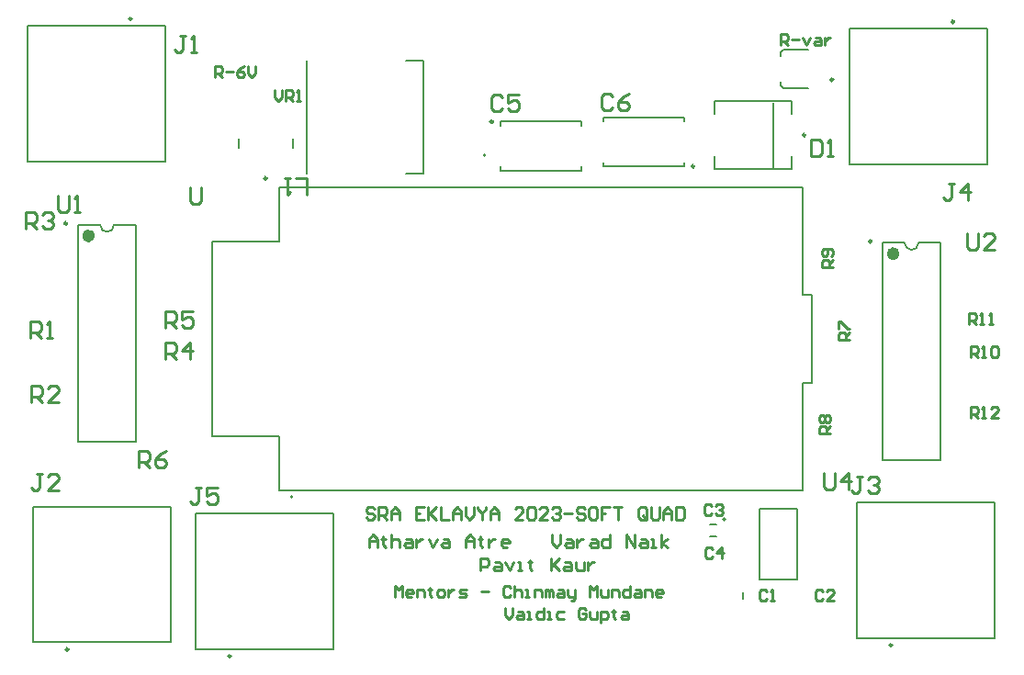
<source format=gto>
G04*
G04 #@! TF.GenerationSoftware,Altium Limited,Altium Designer,23.9.2 (47)*
G04*
G04 Layer_Color=65535*
%FSLAX44Y44*%
%MOMM*%
G71*
G04*
G04 #@! TF.SameCoordinates,B2DA11A5-FBF5-4D8A-B6B0-860E356D3A20*
G04*
G04*
G04 #@! TF.FilePolarity,Positive*
G04*
G01*
G75*
%ADD10C,0.2000*%
%ADD11C,0.2500*%
%ADD12C,0.6000*%
%ADD13C,0.1270*%
%ADD14C,0.1500*%
%ADD15C,0.2540*%
D10*
X423980Y301340D02*
G03*
X423980Y301340I-1000J0D01*
G01*
X822650Y280750D02*
G03*
X822650Y280750I-1000J0D01*
G01*
X601600Y616510D02*
G03*
X601600Y616510I-1000J0D01*
G01*
X988060Y535610D02*
G03*
X1000760Y535610I6350J0D01*
G01*
X246380Y552120D02*
G03*
X259080Y552120I6350J0D01*
G01*
X184150Y167380D02*
Y292380D01*
Y167380D02*
X311148D01*
X184152Y292378D02*
X311148D01*
Y167380D02*
Y292378D01*
X1064260Y608050D02*
Y733050D01*
X937262D02*
X1064260D01*
X937262Y608052D02*
X1064258D01*
X937262D02*
Y733050D01*
X306070Y610590D02*
Y735590D01*
X179072D02*
X306070D01*
X179072Y610592D02*
X306068D01*
X179072D02*
Y735590D01*
X943610Y171190D02*
X1070608D01*
Y296188D01*
X943612D02*
X1070608D01*
X943610Y171190D02*
Y296190D01*
X710050Y647650D02*
Y651150D01*
X785050Y606150D02*
Y609650D01*
X710050Y606150D02*
Y609650D01*
Y651150D02*
X785050D01*
Y647650D02*
Y651150D01*
X710050Y606150D02*
X785050D01*
X812810Y603900D02*
Y615250D01*
Y666100D02*
X883910D01*
X812810Y654750D02*
Y666100D01*
Y603900D02*
X883910D01*
Y654750D02*
Y666100D01*
X866860Y605000D02*
Y665000D01*
X883910Y603900D02*
Y615250D01*
X373780Y623020D02*
Y632020D01*
X423780Y623020D02*
Y632020D01*
X876320Y714120D02*
X899320D01*
X873320Y681120D02*
X876320Y678120D01*
X899320D01*
X873320Y681120D02*
Y684120D01*
X873320Y711120D02*
X876320Y714120D01*
X873320Y708120D02*
Y711120D01*
X1021410Y335610D02*
Y535610D01*
X967410Y335610D02*
Y535610D01*
X988060D01*
X967410Y335610D02*
X1021410D01*
X1000760Y535610D02*
X1021410D01*
X838820Y207820D02*
Y213820D01*
X615280Y647340D02*
X690280D01*
X615280Y602340D02*
Y605840D01*
Y602340D02*
X690280D01*
Y643840D02*
Y647340D01*
X615280Y643840D02*
Y647340D01*
X690280Y602340D02*
Y605840D01*
X461008Y161030D02*
Y286028D01*
X334012D02*
X461008D01*
X334010Y161030D02*
X461008D01*
X334010D02*
Y286030D01*
X259080Y552120D02*
X279730D01*
X225730Y352120D02*
X279730D01*
X225730Y552120D02*
X246380D01*
X225730Y352120D02*
Y552120D01*
X279730Y352120D02*
Y552120D01*
D11*
X217150Y160880D02*
G03*
X217150Y160880I-1250J0D01*
G01*
X1033760Y739550D02*
G03*
X1033760Y739550I-1250J0D01*
G01*
X275570Y742090D02*
G03*
X275570Y742090I-1250J0D01*
G01*
X976610Y164690D02*
G03*
X976610Y164690I-1250J0D01*
G01*
X794300Y606150D02*
G03*
X794300Y606150I-1250J0D01*
G01*
X896610Y635000D02*
G03*
X896610Y635000I-1250J0D01*
G01*
X400030Y595020D02*
G03*
X400030Y595020I-1250J0D01*
G01*
X922070Y686120D02*
G03*
X922070Y686120I-1250J0D01*
G01*
X957560Y537010D02*
G03*
X957560Y537010I-1250J0D01*
G01*
X608530Y647340D02*
G03*
X608530Y647340I-1250J0D01*
G01*
X367010Y154530D02*
G03*
X367010Y154530I-1250J0D01*
G01*
X215880Y553520D02*
G03*
X215880Y553520I-1250J0D01*
G01*
D12*
X980410Y525610D02*
G03*
X980410Y525610I-3000J0D01*
G01*
X238730Y542120D02*
G03*
X238730Y542120I-3000J0D01*
G01*
D13*
X411680Y307540D02*
X893680D01*
X411680Y586540D02*
X893680D01*
X411680Y537040D02*
Y586540D01*
Y307540D02*
Y357040D01*
X349680D02*
X411680D01*
X349680D02*
Y537040D01*
X411680D01*
X893680Y307540D02*
Y406340D01*
X902680D01*
Y487640D01*
X893680D02*
X902680D01*
X893680D02*
Y586540D01*
X854125Y290375D02*
X889175D01*
Y225325D02*
Y290375D01*
X854125Y225325D02*
X889175D01*
X854125D02*
Y290375D01*
X437100Y599710D02*
Y703310D01*
X528600D02*
X544650D01*
X528600Y599710D02*
X544650D01*
Y703310D01*
D14*
X808520Y276010D02*
X814520D01*
X808520Y265010D02*
X814520D01*
D15*
X518160Y209126D02*
Y219282D01*
X521546Y215897D01*
X524931Y219282D01*
Y209126D01*
X533395D02*
X530009D01*
X528317Y210818D01*
Y214204D01*
X530009Y215897D01*
X533395D01*
X535088Y214204D01*
Y212511D01*
X528317D01*
X538473Y209126D02*
Y215897D01*
X543552D01*
X545245Y214204D01*
Y209126D01*
X550323Y217589D02*
Y215897D01*
X548630D01*
X552016D01*
X550323D01*
Y210818D01*
X552016Y209126D01*
X558787D02*
X562173D01*
X563865Y210818D01*
Y214204D01*
X562173Y215897D01*
X558787D01*
X557094Y214204D01*
Y210818D01*
X558787Y209126D01*
X567251Y215897D02*
Y209126D01*
Y212511D01*
X568944Y214204D01*
X570636Y215897D01*
X572329D01*
X577408Y209126D02*
X582486D01*
X584179Y210818D01*
X582486Y212511D01*
X579100D01*
X577408Y214204D01*
X579100Y215897D01*
X584179D01*
X597721Y214204D02*
X604492D01*
X624806Y217589D02*
X623113Y219282D01*
X619727D01*
X618035Y217589D01*
Y210818D01*
X619727Y209126D01*
X623113D01*
X624806Y210818D01*
X628191Y219282D02*
Y209126D01*
Y214204D01*
X629884Y215897D01*
X633270D01*
X634962Y214204D01*
Y209126D01*
X638348D02*
X641733D01*
X640041D01*
Y215897D01*
X638348D01*
X646812Y209126D02*
Y215897D01*
X651890D01*
X653583Y214204D01*
Y209126D01*
X656969D02*
Y215897D01*
X658661D01*
X660354Y214204D01*
Y209126D01*
Y214204D01*
X662047Y215897D01*
X663740Y214204D01*
Y209126D01*
X668818Y215897D02*
X672204D01*
X673896Y214204D01*
Y209126D01*
X668818D01*
X667125Y210818D01*
X668818Y212511D01*
X673896D01*
X677282Y215897D02*
Y210818D01*
X678975Y209126D01*
X684053D01*
Y207433D01*
X682360Y205740D01*
X680668D01*
X684053Y209126D02*
Y215897D01*
X697596Y209126D02*
Y219282D01*
X700981Y215897D01*
X704367Y219282D01*
Y209126D01*
X707752Y215897D02*
Y210818D01*
X709445Y209126D01*
X714523D01*
Y215897D01*
X717909Y209126D02*
Y215897D01*
X722987D01*
X724680Y214204D01*
Y209126D01*
X734837Y219282D02*
Y209126D01*
X729758D01*
X728066Y210818D01*
Y214204D01*
X729758Y215897D01*
X734837D01*
X739915D02*
X743301D01*
X744994Y214204D01*
Y209126D01*
X739915D01*
X738222Y210818D01*
X739915Y212511D01*
X744994D01*
X748379Y209126D02*
Y215897D01*
X753457D01*
X755150Y214204D01*
Y209126D01*
X763614D02*
X760229D01*
X758536Y210818D01*
Y214204D01*
X760229Y215897D01*
X763614D01*
X765307Y214204D01*
Y212511D01*
X758536D01*
X619760Y198962D02*
Y192191D01*
X623146Y188806D01*
X626531Y192191D01*
Y198962D01*
X631609Y195577D02*
X634995D01*
X636688Y193884D01*
Y188806D01*
X631609D01*
X629917Y190498D01*
X631609Y192191D01*
X636688D01*
X640073Y188806D02*
X643459D01*
X641766D01*
Y195577D01*
X640073D01*
X655309Y198962D02*
Y188806D01*
X650230D01*
X648537Y190498D01*
Y193884D01*
X650230Y195577D01*
X655309D01*
X658694Y188806D02*
X662080D01*
X660387D01*
Y195577D01*
X658694D01*
X673929D02*
X668851D01*
X667158Y193884D01*
Y190498D01*
X668851Y188806D01*
X673929D01*
X694243Y197269D02*
X692550Y198962D01*
X689164D01*
X687471Y197269D01*
Y190498D01*
X689164Y188806D01*
X692550D01*
X694243Y190498D01*
Y193884D01*
X690857D01*
X697628Y195577D02*
Y190498D01*
X699321Y188806D01*
X704399D01*
Y195577D01*
X707785Y185420D02*
Y195577D01*
X712863D01*
X714556Y193884D01*
Y190498D01*
X712863Y188806D01*
X707785D01*
X719634Y197269D02*
Y195577D01*
X717942D01*
X721327D01*
X719634D01*
Y190498D01*
X721327Y188806D01*
X728098Y195577D02*
X731484D01*
X733177Y193884D01*
Y188806D01*
X728098D01*
X726406Y190498D01*
X728098Y192191D01*
X733177D01*
X494030Y255270D02*
Y262887D01*
X497839Y266696D01*
X501647Y262887D01*
Y255270D01*
Y260983D01*
X494030D01*
X507361Y264792D02*
Y262887D01*
X505456D01*
X509265D01*
X507361D01*
Y257174D01*
X509265Y255270D01*
X514978Y266696D02*
Y255270D01*
Y260983D01*
X516883Y262887D01*
X520691D01*
X522596Y260983D01*
Y255270D01*
X528309Y262887D02*
X532118D01*
X534022Y260983D01*
Y255270D01*
X528309D01*
X526405Y257174D01*
X528309Y259079D01*
X534022D01*
X537831Y262887D02*
Y255270D01*
Y259079D01*
X539735Y260983D01*
X541640Y262887D01*
X543544D01*
X549257D02*
X553066Y255270D01*
X556875Y262887D01*
X562588D02*
X566397D01*
X568301Y260983D01*
Y255270D01*
X562588D01*
X560684Y257174D01*
X562588Y259079D01*
X568301D01*
X583536Y255270D02*
Y262887D01*
X587345Y266696D01*
X591154Y262887D01*
Y255270D01*
Y260983D01*
X583536D01*
X596867Y264792D02*
Y262887D01*
X594963D01*
X598771D01*
X596867D01*
Y257174D01*
X598771Y255270D01*
X604484Y262887D02*
Y255270D01*
Y259079D01*
X606389Y260983D01*
X608293Y262887D01*
X610197D01*
X621624Y255270D02*
X617815D01*
X615911Y257174D01*
Y260983D01*
X617815Y262887D01*
X621624D01*
X623528Y260983D01*
Y259079D01*
X615911D01*
X596900Y233680D02*
Y245106D01*
X602613D01*
X604518Y243202D01*
Y239393D01*
X602613Y237489D01*
X596900D01*
X610231Y241297D02*
X614039D01*
X615944Y239393D01*
Y233680D01*
X610231D01*
X608326Y235584D01*
X610231Y237489D01*
X615944D01*
X619753Y241297D02*
X623561Y233680D01*
X627370Y241297D01*
X631179Y233680D02*
X634988D01*
X633083D01*
Y241297D01*
X631179D01*
X642605Y243202D02*
Y241297D01*
X640701D01*
X644510D01*
X642605D01*
Y235584D01*
X644510Y233680D01*
X661649Y245106D02*
Y233680D01*
Y237489D01*
X669267Y245106D01*
X663553Y239393D01*
X669267Y233680D01*
X674980Y241297D02*
X678789D01*
X680693Y239393D01*
Y233680D01*
X674980D01*
X673075Y235584D01*
X674980Y237489D01*
X680693D01*
X684502Y241297D02*
Y235584D01*
X686406Y233680D01*
X692119D01*
Y241297D01*
X695928D02*
Y233680D01*
Y237489D01*
X697832Y239393D01*
X699737Y241297D01*
X701641D01*
X662940Y266696D02*
Y259079D01*
X666749Y255270D01*
X670557Y259079D01*
Y266696D01*
X676271Y262887D02*
X680079D01*
X681984Y260983D01*
Y255270D01*
X676271D01*
X674366Y257174D01*
X676271Y259079D01*
X681984D01*
X685793Y262887D02*
Y255270D01*
Y259079D01*
X687697Y260983D01*
X689601Y262887D01*
X691506D01*
X699123D02*
X702932D01*
X704837Y260983D01*
Y255270D01*
X699123D01*
X697219Y257174D01*
X699123Y259079D01*
X704837D01*
X716263Y266696D02*
Y255270D01*
X710550D01*
X708645Y257174D01*
Y260983D01*
X710550Y262887D01*
X716263D01*
X731498Y255270D02*
Y266696D01*
X739115Y255270D01*
Y266696D01*
X744829Y262887D02*
X748637D01*
X750542Y260983D01*
Y255270D01*
X744829D01*
X742924Y257174D01*
X744829Y259079D01*
X750542D01*
X754351Y255270D02*
X758159D01*
X756255D01*
Y262887D01*
X754351D01*
X763873Y255270D02*
Y266696D01*
Y259079D02*
X769586Y262887D01*
X763873Y259079D02*
X769586Y255270D01*
X499108Y290192D02*
X497203Y292096D01*
X493394D01*
X491490Y290192D01*
Y288288D01*
X493394Y286383D01*
X497203D01*
X499108Y284479D01*
Y282574D01*
X497203Y280670D01*
X493394D01*
X491490Y282574D01*
X502916Y280670D02*
Y292096D01*
X508629D01*
X510534Y290192D01*
Y286383D01*
X508629Y284479D01*
X502916D01*
X506725D02*
X510534Y280670D01*
X514343D02*
Y288288D01*
X518151Y292096D01*
X521960Y288288D01*
Y280670D01*
Y286383D01*
X514343D01*
X544813Y292096D02*
X537195D01*
Y280670D01*
X544813D01*
X537195Y286383D02*
X541004D01*
X548622Y292096D02*
Y280670D01*
Y284479D01*
X556239Y292096D01*
X550526Y286383D01*
X556239Y280670D01*
X560048Y292096D02*
Y280670D01*
X567665D01*
X571474D02*
Y288288D01*
X575283Y292096D01*
X579092Y288288D01*
Y280670D01*
Y286383D01*
X571474D01*
X582901Y292096D02*
Y284479D01*
X586709Y280670D01*
X590518Y284479D01*
Y292096D01*
X594327D02*
Y290192D01*
X598136Y286383D01*
X601944Y290192D01*
Y292096D01*
X598136Y286383D02*
Y280670D01*
X605753D02*
Y288288D01*
X609562Y292096D01*
X613371Y288288D01*
Y280670D01*
Y286383D01*
X605753D01*
X636223Y280670D02*
X628606D01*
X636223Y288288D01*
Y290192D01*
X634319Y292096D01*
X630510D01*
X628606Y290192D01*
X640032D02*
X641936Y292096D01*
X645745D01*
X647650Y290192D01*
Y282574D01*
X645745Y280670D01*
X641936D01*
X640032Y282574D01*
Y290192D01*
X659076Y280670D02*
X651458D01*
X659076Y288288D01*
Y290192D01*
X657172Y292096D01*
X653363D01*
X651458Y290192D01*
X662885D02*
X664789Y292096D01*
X668598D01*
X670502Y290192D01*
Y288288D01*
X668598Y286383D01*
X666693D01*
X668598D01*
X670502Y284479D01*
Y282574D01*
X668598Y280670D01*
X664789D01*
X662885Y282574D01*
X674311Y286383D02*
X681929D01*
X693355Y290192D02*
X691451Y292096D01*
X687642D01*
X685737Y290192D01*
Y288288D01*
X687642Y286383D01*
X691451D01*
X693355Y284479D01*
Y282574D01*
X691451Y280670D01*
X687642D01*
X685737Y282574D01*
X702877Y292096D02*
X699068D01*
X697164Y290192D01*
Y282574D01*
X699068Y280670D01*
X702877D01*
X704781Y282574D01*
Y290192D01*
X702877Y292096D01*
X716208D02*
X708590D01*
Y286383D01*
X712399D01*
X708590D01*
Y280670D01*
X720016Y292096D02*
X727634D01*
X723825D01*
Y280670D01*
X750487Y282574D02*
Y290192D01*
X748582Y292096D01*
X744773D01*
X742869Y290192D01*
Y282574D01*
X744773Y280670D01*
X748582D01*
X746678Y284479D02*
X750487Y280670D01*
X748582D02*
X750487Y282574D01*
X754295Y292096D02*
Y282574D01*
X756200Y280670D01*
X760008D01*
X761913Y282574D01*
Y292096D01*
X765722Y280670D02*
Y288288D01*
X769530Y292096D01*
X773339Y288288D01*
Y280670D01*
Y286383D01*
X765722D01*
X777148Y292096D02*
Y280670D01*
X782861D01*
X784765Y282574D01*
Y290192D01*
X782861Y292096D01*
X777148D01*
X1033781Y590547D02*
X1028702D01*
X1031242D01*
Y577852D01*
X1028702Y575312D01*
X1026163D01*
X1023624Y577852D01*
X1046477Y575312D02*
Y590547D01*
X1038859Y582930D01*
X1049016D01*
X949449Y320289D02*
X944370D01*
X946909D01*
Y307593D01*
X944370Y305054D01*
X941831D01*
X939292Y307593D01*
X954527Y317750D02*
X957066Y320289D01*
X962145D01*
X964684Y317750D01*
Y315211D01*
X962145Y312672D01*
X959605D01*
X962145D01*
X964684Y310132D01*
Y307593D01*
X962145Y305054D01*
X957066D01*
X954527Y307593D01*
X329184Y586735D02*
Y574039D01*
X331723Y571500D01*
X336801D01*
X339341Y574039D01*
Y586735D01*
X281944Y328932D02*
Y344168D01*
X289562D01*
X292101Y341628D01*
Y336550D01*
X289562Y334011D01*
X281944D01*
X287022D02*
X292101Y328932D01*
X307336Y344168D02*
X302257Y341628D01*
X297179Y336550D01*
Y331472D01*
X299718Y328932D01*
X304797D01*
X307336Y331472D01*
Y334011D01*
X304797Y336550D01*
X297179D01*
X177804Y548643D02*
Y563877D01*
X185422D01*
X187961Y561338D01*
Y556260D01*
X185422Y553721D01*
X177804D01*
X182882D02*
X187961Y548643D01*
X193039Y561338D02*
X195578Y563877D01*
X200657D01*
X203196Y561338D01*
Y558799D01*
X200657Y556260D01*
X198118D01*
X200657D01*
X203196Y553721D01*
Y551182D01*
X200657Y548643D01*
X195578D01*
X193039Y551182D01*
X306070Y428244D02*
Y443479D01*
X313687D01*
X316227Y440940D01*
Y435862D01*
X313687Y433322D01*
X306070D01*
X311148D02*
X316227Y428244D01*
X328923D02*
Y443479D01*
X321305Y435862D01*
X331462D01*
X306074Y457202D02*
Y472438D01*
X313692D01*
X316231Y469898D01*
Y464820D01*
X313692Y462281D01*
X306074D01*
X311152D02*
X316231Y457202D01*
X331466Y472438D02*
X321309D01*
Y464820D01*
X326387Y467359D01*
X328927D01*
X331466Y464820D01*
Y459742D01*
X328927Y457202D01*
X323848D01*
X321309Y459742D01*
X182884Y388623D02*
Y403857D01*
X190502D01*
X193041Y401318D01*
Y396240D01*
X190502Y393701D01*
X182884D01*
X187962D02*
X193041Y388623D01*
X208276D02*
X198119D01*
X208276Y398779D01*
Y401318D01*
X205737Y403857D01*
X200658D01*
X198119Y401318D01*
X937258Y446196D02*
X927102D01*
Y451274D01*
X928794Y452967D01*
X932180D01*
X933873Y451274D01*
Y446196D01*
Y449582D02*
X937258Y452967D01*
X927102Y456353D02*
Y463124D01*
X928794D01*
X935566Y456353D01*
X937258D01*
X919848Y359956D02*
X909692D01*
Y365034D01*
X911384Y366727D01*
X914770D01*
X916463Y365034D01*
Y359956D01*
Y363342D02*
X919848Y366727D01*
X911384Y370113D02*
X909692Y371806D01*
Y375191D01*
X911384Y376884D01*
X913077D01*
X914770Y375191D01*
X916463Y376884D01*
X918156D01*
X919848Y375191D01*
Y371806D01*
X918156Y370113D01*
X916463D01*
X914770Y371806D01*
X913077Y370113D01*
X911384D01*
X914770Y371806D02*
Y375191D01*
X922388Y513506D02*
X912232D01*
Y518584D01*
X913924Y520277D01*
X917310D01*
X919003Y518584D01*
Y513506D01*
Y516892D02*
X922388Y520277D01*
X920696Y523663D02*
X922388Y525356D01*
Y528741D01*
X920696Y530434D01*
X913924D01*
X912232Y528741D01*
Y525356D01*
X913924Y523663D01*
X915617D01*
X917310Y525356D01*
Y530434D01*
X1049024Y430532D02*
Y440688D01*
X1054102D01*
X1055795Y438996D01*
Y435610D01*
X1054102Y433917D01*
X1049024D01*
X1052410D02*
X1055795Y430532D01*
X1059181D02*
X1062566D01*
X1060874D01*
Y440688D01*
X1059181Y438996D01*
X1067645D02*
X1069338Y440688D01*
X1072723D01*
X1074416Y438996D01*
Y432224D01*
X1072723Y430532D01*
X1069338D01*
X1067645Y432224D01*
Y438996D01*
X407251Y676908D02*
Y670137D01*
X410636Y666752D01*
X414022Y670137D01*
Y676908D01*
X417407Y666752D02*
Y676908D01*
X422486D01*
X424178Y675216D01*
Y671830D01*
X422486Y670137D01*
X417407D01*
X420793D02*
X424178Y666752D01*
X427564D02*
X430950D01*
X429257D01*
Y676908D01*
X427564Y675216D01*
X873547Y717712D02*
Y727868D01*
X878626D01*
X880319Y726176D01*
Y722790D01*
X878626Y721097D01*
X873547D01*
X876933D02*
X880319Y717712D01*
X883704Y722790D02*
X890475D01*
X893861Y724483D02*
X897246Y717712D01*
X900632Y724483D01*
X905710D02*
X909096D01*
X910789Y722790D01*
Y717712D01*
X905710D01*
X904018Y719404D01*
X905710Y721097D01*
X910789D01*
X914174Y724483D02*
Y717712D01*
Y721097D01*
X915867Y722790D01*
X917560Y724483D01*
X919253D01*
X1046907Y461012D02*
Y471168D01*
X1051985D01*
X1053678Y469476D01*
Y466090D01*
X1051985Y464397D01*
X1046907D01*
X1050293D02*
X1053678Y461012D01*
X1057064D02*
X1060449D01*
X1058756D01*
Y471168D01*
X1057064Y469476D01*
X1065528Y461012D02*
X1068913D01*
X1067220D01*
Y471168D01*
X1065528Y469476D01*
X1049024Y374652D02*
Y384808D01*
X1054102D01*
X1055795Y383116D01*
Y379730D01*
X1054102Y378037D01*
X1049024D01*
X1052410D02*
X1055795Y374652D01*
X1059181D02*
X1062566D01*
X1060874D01*
Y384808D01*
X1059181Y383116D01*
X1074416Y374652D02*
X1067645D01*
X1074416Y381423D01*
Y383116D01*
X1072723Y384808D01*
X1069338D01*
X1067645Y383116D01*
X351979Y688342D02*
Y698498D01*
X357058D01*
X358750Y696806D01*
Y693420D01*
X357058Y691727D01*
X351979D01*
X355365D02*
X358750Y688342D01*
X362136Y693420D02*
X368907D01*
X379064Y698498D02*
X375678Y696806D01*
X372293Y693420D01*
Y690034D01*
X373986Y688342D01*
X377371D01*
X379064Y690034D01*
Y691727D01*
X377371Y693420D01*
X372293D01*
X382449Y698498D02*
Y691727D01*
X385835Y688342D01*
X389221Y691727D01*
Y698498D01*
X617471Y670048D02*
X614931Y672587D01*
X609853D01*
X607314Y670048D01*
Y659891D01*
X609853Y657352D01*
X614931D01*
X617471Y659891D01*
X632706Y672587D02*
X622549D01*
Y664969D01*
X627627Y667509D01*
X630167D01*
X632706Y664969D01*
Y659891D01*
X630167Y657352D01*
X625088D01*
X622549Y659891D01*
X718821Y670558D02*
X716282Y673098D01*
X711203D01*
X708664Y670558D01*
Y660402D01*
X711203Y657862D01*
X716282D01*
X718821Y660402D01*
X734056Y673098D02*
X728978Y670558D01*
X723899Y665480D01*
Y660402D01*
X726438Y657862D01*
X731517D01*
X734056Y660402D01*
Y662941D01*
X731517Y665480D01*
X723899D01*
X901703Y631188D02*
Y615952D01*
X909321D01*
X911860Y618492D01*
Y628648D01*
X909321Y631188D01*
X901703D01*
X916938Y615952D02*
X922017D01*
X919478D01*
Y631188D01*
X916938Y628648D01*
X811107Y253576D02*
X809414Y255268D01*
X806029D01*
X804336Y253576D01*
Y246804D01*
X806029Y245112D01*
X809414D01*
X811107Y246804D01*
X819571Y245112D02*
Y255268D01*
X814493Y250190D01*
X821264D01*
X861060Y214206D02*
X859367Y215898D01*
X855982D01*
X854289Y214206D01*
Y207434D01*
X855982Y205742D01*
X859367D01*
X861060Y207434D01*
X864446Y205742D02*
X867831D01*
X866138D01*
Y215898D01*
X864446Y214206D01*
X912707D02*
X911014Y215898D01*
X907629D01*
X905936Y214206D01*
Y207434D01*
X907629Y205742D01*
X911014D01*
X912707Y207434D01*
X922864Y205742D02*
X916093D01*
X922864Y212513D01*
Y214206D01*
X921171Y215898D01*
X917786D01*
X916093Y214206D01*
X809837Y292946D02*
X808144Y294638D01*
X804759D01*
X803066Y292946D01*
Y286174D01*
X804759Y284482D01*
X808144D01*
X809837Y286174D01*
X813223Y292946D02*
X814916Y294638D01*
X818301D01*
X819994Y292946D01*
Y291253D01*
X818301Y289560D01*
X816608D01*
X818301D01*
X819994Y287867D01*
Y286174D01*
X818301Y284482D01*
X814916D01*
X813223Y286174D01*
X436877Y580392D02*
Y595628D01*
X426720D01*
X421642D02*
X416563D01*
X419102D01*
Y580392D01*
X421642Y582932D01*
X181613Y448312D02*
Y463548D01*
X189231D01*
X191770Y461008D01*
Y455930D01*
X189231Y453391D01*
X181613D01*
X186692D02*
X191770Y448312D01*
X196848D02*
X201927D01*
X199388D01*
Y463548D01*
X196848Y461008D01*
X913134Y323848D02*
Y311152D01*
X915673Y308612D01*
X920752D01*
X923291Y311152D01*
Y323848D01*
X935987Y308612D02*
Y323848D01*
X928369Y316230D01*
X938526D01*
X207010Y578861D02*
Y566165D01*
X209549Y563626D01*
X214627D01*
X217167Y566165D01*
Y578861D01*
X222245Y563626D02*
X227323D01*
X224784D01*
Y578861D01*
X222245Y576322D01*
X1045214Y544827D02*
Y532132D01*
X1047753Y529593D01*
X1052832D01*
X1055371Y532132D01*
Y544827D01*
X1070606Y529593D02*
X1060449D01*
X1070606Y539749D01*
Y542288D01*
X1068067Y544827D01*
X1062988D01*
X1060449Y542288D01*
X325120Y726438D02*
X320042D01*
X322581D01*
Y713742D01*
X320042Y711202D01*
X317502D01*
X314963Y713742D01*
X330198Y711202D02*
X335277D01*
X332738D01*
Y726438D01*
X330198Y723898D01*
X339849Y310129D02*
X334770D01*
X337309D01*
Y297433D01*
X334770Y294894D01*
X332231D01*
X329692Y297433D01*
X355084Y310129D02*
X344927D01*
Y302512D01*
X350005Y305051D01*
X352545D01*
X355084Y302512D01*
Y297433D01*
X352545Y294894D01*
X347466D01*
X344927Y297433D01*
X193041Y322578D02*
X187962D01*
X190502D01*
Y309882D01*
X187962Y307342D01*
X185423D01*
X182884Y309882D01*
X208276Y307342D02*
X198119D01*
X208276Y317499D01*
Y320038D01*
X205737Y322578D01*
X200658D01*
X198119Y320038D01*
M02*

</source>
